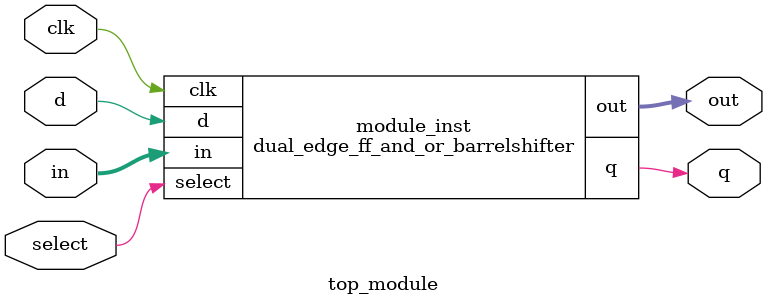
<source format=v>

module dual_edge_ff_and_or_barrelshifter (
  input clk,
  input d,
  output reg q,
  input [7:0] in,
  output [7:0] out,
  input select
);

  reg [7:0] constant = 8'b10101010; // Define constant vector
  reg d_reg;
  reg [7:0] and_result; // Declare AND result register
  reg [7:0] or_result; // Declare OR result register

  always @(posedge clk) begin
    if (d) begin
      q <= d;
    end
  end

  always @(*) begin
    d_reg = d;
  end

  always @(*) begin // AND operation
    and_result = select ? in & constant : in;
  end

  always @(*) begin // OR operation
    or_result = select ? in : in | constant;
  end

  assign out = select ? {and_result[7], and_result[6], and_result[5], and_result[4], and_result[3], and_result[2], and_result[1], and_result[0]} : {or_result[7], or_result[6], or_result[5], or_result[4], or_result[3], or_result[2], or_result[1], or_result[0]};
  // Barrel shifter

endmodule
module top_module (
  input clk,
  input d,
  output q,
  input [7:0] in,
  output [7:0] out,
  input select
);

  dual_edge_ff_and_or_barrelshifter module_inst (
    .clk(clk),
    .d(d),
    .q(q),
    .in(in),
    .out(out),
    .select(select)
  );

endmodule
</source>
